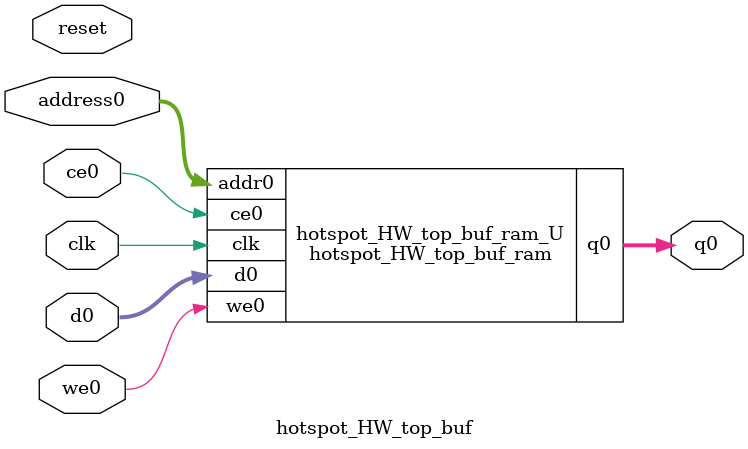
<source format=v>
`timescale 1 ns / 1 ps
module hotspot_HW_top_buf_ram (addr0, ce0, d0, we0, q0,  clk);

parameter DWIDTH = 32;
parameter AWIDTH = 12;
parameter MEM_SIZE = 4096;

input[AWIDTH-1:0] addr0;
input ce0;
input[DWIDTH-1:0] d0;
input we0;
output reg[DWIDTH-1:0] q0;
input clk;

reg [DWIDTH-1:0] ram[0:MEM_SIZE-1];




always @(posedge clk)  
begin 
    if (ce0) begin
        if (we0) 
            ram[addr0] <= d0; 
        q0 <= ram[addr0];
    end
end


endmodule

`timescale 1 ns / 1 ps
module hotspot_HW_top_buf(
    reset,
    clk,
    address0,
    ce0,
    we0,
    d0,
    q0);

parameter DataWidth = 32'd32;
parameter AddressRange = 32'd4096;
parameter AddressWidth = 32'd12;
input reset;
input clk;
input[AddressWidth - 1:0] address0;
input ce0;
input we0;
input[DataWidth - 1:0] d0;
output[DataWidth - 1:0] q0;



hotspot_HW_top_buf_ram hotspot_HW_top_buf_ram_U(
    .clk( clk ),
    .addr0( address0 ),
    .ce0( ce0 ),
    .we0( we0 ),
    .d0( d0 ),
    .q0( q0 ));

endmodule


</source>
